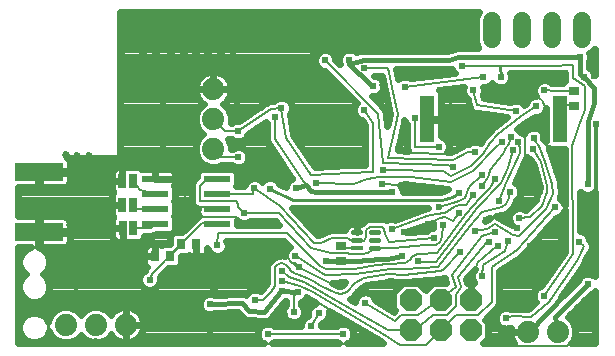
<source format=gbl>
G75*
%MOIN*%
%OFA0B0*%
%FSLAX24Y24*%
%IPPOS*%
%LPD*%
%AMOC8*
5,1,8,0,0,1.08239X$1,22.5*
%
%ADD10OC8,0.0740*%
%ADD11C,0.0740*%
%ADD12C,0.0397*%
%ADD13R,0.1600X0.0600*%
%ADD14C,0.0236*%
%ADD15R,0.0394X0.0157*%
%ADD16C,0.0118*%
%ADD17R,0.0354X0.0276*%
%ADD18R,0.0870X0.0240*%
%ADD19R,0.0250X0.0500*%
%ADD20R,0.0472X0.1575*%
%ADD21R,0.0276X0.0354*%
%ADD22C,0.0600*%
%ADD23C,0.0240*%
%ADD24C,0.0240*%
%ADD25C,0.0270*%
%ADD26C,0.0080*%
%ADD27C,0.0100*%
%ADD28C,0.0160*%
%ADD29C,0.0120*%
%ADD30C,0.0060*%
D10*
X013560Y000920D03*
X014560Y000920D03*
X015560Y000920D03*
X015560Y001920D03*
X014560Y001920D03*
X013560Y001920D03*
D11*
X017465Y000880D03*
X018465Y000880D03*
X006980Y006960D03*
X006980Y007960D03*
X006980Y008960D03*
X004060Y001110D03*
X003060Y001110D03*
X002060Y001110D03*
D12*
X007514Y002799D03*
X008026Y002799D03*
X008026Y003311D03*
X007514Y003311D03*
D13*
X001170Y004210D03*
X001170Y006210D03*
D14*
X014490Y005025D03*
D15*
X011775Y003659D03*
D16*
X011913Y003896D02*
X011637Y003896D01*
X011637Y003934D01*
X011913Y003934D01*
X011913Y003896D01*
X011913Y004152D02*
X011637Y004152D01*
X011637Y004190D01*
X011913Y004190D01*
X011913Y004152D01*
X012227Y004190D02*
X012503Y004190D01*
X012503Y004152D01*
X012227Y004152D01*
X012227Y004190D01*
X012227Y003934D02*
X012503Y003934D01*
X012503Y003896D01*
X012227Y003896D01*
X012227Y003934D01*
X012227Y003678D02*
X012503Y003678D01*
X012503Y003640D01*
X012227Y003640D01*
X012227Y003678D01*
D17*
X011245Y003746D03*
X011245Y003234D03*
X019015Y008404D03*
X019015Y008916D03*
D18*
X007110Y005975D03*
X007110Y005475D03*
X007110Y004975D03*
X007110Y004475D03*
X005050Y004475D03*
X005050Y004975D03*
X005050Y005475D03*
X005050Y005975D03*
D19*
X004307Y005900D03*
X003953Y005900D03*
X003943Y005115D03*
X004297Y005115D03*
X004317Y004345D03*
X003963Y004345D03*
D20*
X014120Y007975D03*
X018530Y007975D03*
D21*
X006421Y003795D03*
X005909Y003795D03*
X005541Y003390D03*
X005029Y003390D03*
D22*
X016260Y010620D02*
X016260Y011220D01*
X017260Y011220D02*
X017260Y010620D01*
X018260Y010620D02*
X018260Y011220D01*
X019260Y011220D02*
X019260Y010620D01*
D23*
X000480Y003690D02*
X000480Y000490D01*
X008660Y000490D01*
X008607Y000512D01*
X008512Y000607D01*
X008460Y000732D01*
X008460Y000868D01*
X008512Y000993D01*
X008607Y001088D01*
X008732Y001140D01*
X008868Y001140D01*
X008993Y001088D01*
X009021Y001060D01*
X009905Y001060D01*
X009905Y001148D01*
X009957Y001273D01*
X010052Y001368D01*
X010136Y001403D01*
X010150Y001427D01*
X010150Y001427D01*
X010150Y001563D01*
X010202Y001688D01*
X010297Y001783D01*
X010398Y001825D01*
X010163Y001963D01*
X010086Y002004D01*
X010083Y001997D01*
X009988Y001902D01*
X009920Y001874D01*
X009920Y001756D01*
X009948Y001728D01*
X010000Y001603D01*
X010000Y001467D01*
X009948Y001342D01*
X009853Y001247D01*
X009728Y001195D01*
X009592Y001195D01*
X009467Y001247D01*
X009372Y001342D01*
X009320Y001467D01*
X009320Y001603D01*
X009372Y001728D01*
X009400Y001756D01*
X009400Y001915D01*
X009356Y001897D01*
X008929Y001358D01*
X008917Y001332D01*
X008893Y001312D01*
X008873Y001287D01*
X008848Y001273D01*
X008826Y001254D01*
X008796Y001244D01*
X008769Y001229D01*
X008740Y001226D01*
X008713Y001217D01*
X008682Y001219D01*
X008650Y001215D01*
X008623Y001223D01*
X008164Y001256D01*
X008105Y001260D01*
X008105Y001260D01*
X008104Y001260D01*
X008051Y001286D01*
X007998Y001313D01*
X007998Y001313D01*
X007997Y001313D01*
X007959Y001358D01*
X007813Y001526D01*
X007043Y001501D01*
X006933Y001455D01*
X006797Y001455D01*
X006672Y001507D01*
X006577Y001602D01*
X006525Y001727D01*
X006525Y001863D01*
X006577Y001988D01*
X006672Y002083D01*
X006797Y002135D01*
X006933Y002135D01*
X007017Y002100D01*
X007891Y002128D01*
X007906Y002133D01*
X007950Y002130D01*
X007995Y002132D01*
X008009Y002126D01*
X008025Y002125D01*
X008065Y002105D01*
X008078Y002100D01*
X008092Y002133D01*
X008187Y002228D01*
X008312Y002280D01*
X008448Y002280D01*
X008564Y002232D01*
X008684Y002351D01*
X008767Y002490D01*
X008774Y002778D01*
X008773Y002781D01*
X008775Y002830D01*
X008776Y002878D01*
X008778Y002881D01*
X008785Y003034D01*
X008786Y003083D01*
X008788Y003086D01*
X008788Y003089D01*
X008809Y003133D01*
X008828Y003177D01*
X008831Y003180D01*
X008832Y003183D01*
X008868Y003215D01*
X008951Y003295D01*
X008960Y003310D01*
X008988Y003330D01*
X009013Y003354D01*
X009030Y003360D01*
X009044Y003371D01*
X009077Y003379D01*
X009109Y003391D01*
X009127Y003391D01*
X009195Y003407D01*
X009219Y003418D01*
X009245Y003419D01*
X009270Y003425D01*
X009296Y003421D01*
X009323Y003422D01*
X009347Y003413D01*
X009372Y003409D01*
X009375Y003407D01*
X009375Y003478D01*
X009427Y003603D01*
X009522Y003698D01*
X009536Y003704D01*
X009342Y003910D01*
X007421Y003910D01*
X007458Y003821D01*
X007458Y003686D01*
X007406Y003561D01*
X007310Y003465D01*
X007185Y003414D01*
X007050Y003414D01*
X006925Y003465D01*
X006829Y003561D01*
X006779Y003683D01*
X006779Y003589D01*
X006764Y003533D01*
X006735Y003483D01*
X006694Y003442D01*
X006644Y003413D01*
X006588Y003398D01*
X006421Y003398D01*
X006421Y003795D01*
X006421Y003795D01*
X006421Y003398D01*
X006254Y003398D01*
X006198Y003413D01*
X006170Y003429D01*
X006138Y003398D01*
X005916Y003398D01*
X005899Y003380D01*
X005899Y003122D01*
X005770Y002993D01*
X005482Y002993D01*
X005191Y002699D01*
X005200Y002678D01*
X005200Y002542D01*
X005148Y002417D01*
X005053Y002322D01*
X004928Y002270D01*
X004792Y002270D01*
X004667Y002322D01*
X004572Y002417D01*
X004520Y002542D01*
X004520Y002678D01*
X004572Y002803D01*
X004667Y002898D01*
X004695Y002910D01*
X004710Y002950D01*
X004712Y002953D01*
X004714Y002956D01*
X004748Y002990D01*
X004779Y003024D01*
X004756Y003037D01*
X004715Y003078D01*
X004686Y003128D01*
X004671Y003184D01*
X004671Y003390D01*
X005029Y003390D01*
X005029Y003390D01*
X004671Y003390D01*
X004671Y003596D01*
X004686Y003652D01*
X004715Y003702D01*
X004756Y003743D01*
X004806Y003772D01*
X004862Y003787D01*
X005029Y003787D01*
X005029Y003390D01*
X005029Y003390D01*
X005029Y003787D01*
X005196Y003787D01*
X005252Y003772D01*
X005280Y003756D01*
X005312Y003787D01*
X005536Y003787D01*
X005551Y003802D01*
X005551Y004063D01*
X005680Y004192D01*
X005943Y004192D01*
X006427Y004670D01*
X006463Y004705D01*
X006464Y004706D01*
X006464Y004706D01*
X006483Y004714D01*
X006495Y004726D01*
X006470Y004770D01*
X006455Y004826D01*
X006455Y004975D01*
X006486Y004975D01*
X006486Y004975D01*
X006455Y004975D01*
X006455Y004988D01*
X006427Y004999D01*
X006380Y005018D01*
X006379Y005019D01*
X006378Y005020D01*
X006342Y005055D01*
X006306Y005090D01*
X006306Y005092D01*
X006305Y005093D01*
X006285Y005139D01*
X006266Y005185D01*
X006266Y005187D01*
X006265Y005188D01*
X006265Y005238D01*
X006264Y005289D01*
X006265Y005290D01*
X006265Y005792D01*
X006305Y005887D01*
X006455Y006038D01*
X006455Y006186D01*
X006584Y006315D01*
X007636Y006315D01*
X007765Y006186D01*
X007765Y005764D01*
X007726Y005725D01*
X007731Y005720D01*
X007877Y005720D01*
X008010Y005723D01*
X008010Y005728D01*
X008062Y005853D01*
X008157Y005948D01*
X008282Y006000D01*
X008418Y006000D01*
X008543Y005948D01*
X008615Y005876D01*
X008677Y005938D01*
X008802Y005990D01*
X008938Y005990D01*
X009063Y005938D01*
X009158Y005843D01*
X009176Y005799D01*
X009405Y005686D01*
X009405Y005728D01*
X009457Y005853D01*
X009552Y005948D01*
X009621Y005977D01*
X008834Y007128D01*
X008815Y007148D01*
X008805Y007171D01*
X008791Y007191D01*
X008786Y007218D01*
X008775Y007243D01*
X008775Y007268D01*
X008770Y007292D01*
X008775Y007319D01*
X008775Y007829D01*
X008747Y007857D01*
X008739Y007876D01*
X008139Y007477D01*
X008098Y007377D01*
X008003Y007282D01*
X007878Y007230D01*
X007742Y007230D01*
X007617Y007282D01*
X007589Y007310D01*
X007464Y007310D01*
X007480Y007294D01*
X007570Y007077D01*
X007570Y006955D01*
X007594Y006955D01*
X007622Y006983D01*
X007747Y007035D01*
X007883Y007035D01*
X008008Y006983D01*
X008103Y006888D01*
X008155Y006763D01*
X008155Y006627D01*
X008103Y006502D01*
X008008Y006407D01*
X007883Y006355D01*
X007747Y006355D01*
X007622Y006407D01*
X007594Y006435D01*
X007254Y006435D01*
X007097Y006370D01*
X006863Y006370D01*
X006646Y006460D01*
X006480Y006626D01*
X006390Y006843D01*
X006390Y007077D01*
X006480Y007294D01*
X006646Y007460D01*
X006480Y007626D01*
X006390Y007843D01*
X006390Y008077D01*
X006480Y008294D01*
X006646Y008460D01*
X006658Y008465D01*
X006596Y008510D01*
X006530Y008576D01*
X006475Y008651D01*
X006433Y008734D01*
X006405Y008822D01*
X006390Y008914D01*
X006390Y008960D01*
X006980Y008960D01*
X006980Y008960D01*
X006980Y009550D01*
X007026Y009550D01*
X007118Y009535D01*
X007206Y009507D01*
X007289Y009465D01*
X007364Y009410D01*
X007430Y009344D01*
X007485Y009269D01*
X007527Y009186D01*
X007555Y009098D01*
X007570Y009006D01*
X007570Y008960D01*
X006980Y008960D01*
X006980Y008960D01*
X006980Y008960D01*
X006980Y009550D01*
X006934Y009550D01*
X006842Y009535D01*
X006754Y009507D01*
X006671Y009465D01*
X006596Y009410D01*
X006530Y009344D01*
X006475Y009269D01*
X006433Y009186D01*
X006405Y009098D01*
X006390Y009006D01*
X006390Y008960D01*
X006980Y008960D01*
X007570Y008960D01*
X007570Y008914D01*
X007555Y008822D01*
X007527Y008734D01*
X007485Y008651D01*
X007430Y008576D01*
X007364Y008510D01*
X007302Y008465D01*
X007314Y008460D01*
X007480Y008294D01*
X007570Y008077D01*
X007570Y007843D01*
X007565Y007830D01*
X007589Y007830D01*
X007617Y007858D01*
X007742Y007910D01*
X007852Y007910D01*
X008717Y008486D01*
X008720Y008490D01*
X008760Y008514D01*
X008799Y008540D01*
X008804Y008541D01*
X008808Y008544D01*
X008855Y008551D01*
X008901Y008560D01*
X008905Y008559D01*
X009016Y008577D01*
X009057Y008618D01*
X009182Y008670D01*
X009318Y008670D01*
X009443Y008618D01*
X009538Y008523D01*
X009590Y008398D01*
X009590Y008262D01*
X009538Y008137D01*
X009538Y008137D01*
X009643Y007432D01*
X010363Y006367D01*
X011452Y006422D01*
X011453Y006423D01*
X011504Y006425D01*
X011554Y006427D01*
X011555Y006427D01*
X012046Y006445D01*
X012050Y007767D01*
X011930Y007935D01*
X011817Y007982D01*
X011722Y008077D01*
X011670Y008202D01*
X011670Y008338D01*
X011722Y008463D01*
X011756Y008496D01*
X010681Y009580D01*
X010642Y009580D01*
X010517Y009632D01*
X010422Y009727D01*
X010370Y009852D01*
X010370Y009988D01*
X010422Y010113D01*
X010517Y010208D01*
X010642Y010260D01*
X010778Y010260D01*
X010903Y010208D01*
X010998Y010113D01*
X011050Y009988D01*
X011050Y009946D01*
X011195Y009800D01*
X011197Y009816D01*
X011170Y009882D01*
X011170Y010018D01*
X011222Y010143D01*
X011317Y010238D01*
X011442Y010290D01*
X011578Y010290D01*
X011703Y010238D01*
X011750Y010191D01*
X011900Y010230D01*
X011938Y010246D01*
X011958Y010245D01*
X011977Y010250D01*
X012017Y010245D01*
X014787Y010220D01*
X015040Y010314D01*
X015090Y010335D01*
X015096Y010335D01*
X015102Y010337D01*
X015156Y010335D01*
X015815Y010335D01*
X015740Y010517D01*
X015740Y011323D01*
X015819Y011515D01*
X015855Y011550D01*
X003870Y011550D01*
X003870Y006680D01*
X002116Y006675D01*
X002146Y006645D01*
X002175Y006595D01*
X002190Y006539D01*
X002190Y006240D01*
X001200Y006240D01*
X001200Y006180D01*
X002190Y006180D01*
X002190Y005881D01*
X002175Y005825D01*
X002146Y005775D01*
X002105Y005734D01*
X002055Y005705D01*
X001999Y005690D01*
X001200Y005690D01*
X001200Y006180D01*
X001140Y006180D01*
X001140Y005690D01*
X000480Y005690D01*
X000480Y004730D01*
X001140Y004730D01*
X001140Y004240D01*
X001200Y004240D01*
X001200Y004730D01*
X001999Y004730D01*
X002055Y004715D01*
X002105Y004686D01*
X002146Y004645D01*
X002175Y004595D01*
X002190Y004539D01*
X002190Y004240D01*
X001200Y004240D01*
X001200Y004180D01*
X002190Y004180D01*
X002190Y003881D01*
X002175Y003825D01*
X002146Y003775D01*
X002105Y003734D01*
X002055Y003705D01*
X001999Y003690D01*
X001200Y003690D01*
X001200Y004180D01*
X001140Y004180D01*
X001140Y003690D01*
X001122Y003690D01*
X001291Y003620D01*
X001430Y003481D01*
X001506Y003299D01*
X001506Y003101D01*
X001430Y002919D01*
X001296Y002785D01*
X001430Y002651D01*
X001506Y002469D01*
X001506Y002271D01*
X001430Y002089D01*
X001291Y001950D01*
X001109Y001874D01*
X000911Y001874D01*
X000729Y001950D01*
X000590Y002089D01*
X000514Y002271D01*
X000514Y002469D01*
X000590Y002651D01*
X000724Y002785D01*
X000590Y002919D01*
X000514Y003101D01*
X000514Y003299D01*
X000590Y003481D01*
X000729Y003620D01*
X000898Y003690D01*
X000480Y003690D01*
X000480Y003609D02*
X000718Y003609D01*
X000544Y003371D02*
X000480Y003371D01*
X000480Y003132D02*
X000514Y003132D01*
X000480Y002894D02*
X000616Y002894D01*
X000594Y002655D02*
X000480Y002655D01*
X000480Y002417D02*
X000514Y002417D01*
X000480Y002178D02*
X000553Y002178D01*
X000480Y001940D02*
X000754Y001940D01*
X000480Y001701D02*
X006536Y001701D01*
X006557Y001940D02*
X001266Y001940D01*
X001467Y002178D02*
X008137Y002178D01*
X008723Y002417D02*
X005147Y002417D01*
X005200Y002655D02*
X008771Y002655D01*
X008778Y002894D02*
X005384Y002894D01*
X005899Y003132D02*
X008808Y003132D01*
X009044Y003371D02*
X005899Y003371D01*
X006421Y003609D02*
X006421Y003609D01*
X006779Y003609D02*
X006810Y003609D01*
X007426Y003609D02*
X009433Y003609D01*
X009401Y003848D02*
X007447Y003848D01*
X007765Y004430D02*
X007765Y004599D01*
X007812Y004552D01*
X007937Y004500D01*
X008073Y004500D01*
X008198Y004552D01*
X008224Y004578D01*
X009050Y004571D01*
X009180Y004430D01*
X007765Y004430D01*
X007765Y004563D02*
X007801Y004563D01*
X008209Y004563D02*
X009058Y004563D01*
X009610Y005005D02*
X009616Y005005D01*
X009660Y005002D01*
X009669Y005005D01*
X012681Y005000D01*
X012681Y005000D01*
X012735Y005000D01*
X012788Y005000D01*
X012788Y005000D01*
X014138Y005000D01*
X014097Y004991D01*
X014079Y004992D01*
X014047Y004980D01*
X014014Y004973D01*
X013999Y004963D01*
X013052Y004615D01*
X013003Y004635D01*
X012867Y004635D01*
X012755Y004588D01*
X012755Y004589D01*
X012722Y004603D01*
X012691Y004621D01*
X012675Y004623D01*
X012660Y004629D01*
X012624Y004630D01*
X012588Y004635D01*
X012573Y004630D01*
X012141Y004636D01*
X012045Y004597D01*
X011971Y004525D01*
X011965Y004511D01*
X011942Y004490D01*
X011933Y004487D01*
X011916Y004470D01*
X011775Y004470D01*
X011775Y004214D01*
X011775Y004214D01*
X011775Y004470D01*
X011609Y004470D01*
X011556Y004459D01*
X011505Y004438D01*
X011459Y004407D01*
X011420Y004368D01*
X011390Y004323D01*
X011369Y004272D01*
X011368Y004270D01*
X011002Y004270D01*
X010998Y004272D01*
X010950Y004270D01*
X010903Y004270D01*
X010899Y004268D01*
X010894Y004268D01*
X010851Y004248D01*
X010808Y004230D01*
X010804Y004227D01*
X010509Y004093D01*
X010453Y004095D01*
X009610Y005005D01*
X009799Y004802D02*
X013560Y004802D01*
X013770Y004325D02*
X014206Y004325D01*
X014267Y004350D02*
X014142Y004298D01*
X014093Y004249D01*
X013392Y004186D01*
X014193Y004480D01*
X014290Y004501D01*
X014290Y004372D01*
X014299Y004350D01*
X014267Y004350D01*
X016025Y004552D02*
X016220Y004670D01*
X016100Y004642D01*
X016025Y004552D01*
X016034Y004563D02*
X016044Y004563D01*
X016419Y004717D02*
X016620Y004764D01*
X016636Y004763D01*
X016670Y004775D01*
X016705Y004784D01*
X016718Y004793D01*
X016733Y004799D01*
X016760Y004823D01*
X016789Y004844D01*
X016797Y004858D01*
X016893Y004946D01*
X016925Y004971D01*
X016931Y004981D01*
X016939Y004989D01*
X016956Y005026D01*
X017044Y005180D01*
X017067Y005212D01*
X017070Y005225D01*
X017076Y005236D01*
X017080Y005264D01*
X017163Y005347D01*
X017215Y005472D01*
X017215Y005608D01*
X017163Y005733D01*
X017068Y005828D01*
X017038Y005841D01*
X017417Y006669D01*
X017420Y006673D01*
X017428Y006691D01*
X017442Y006677D01*
X017526Y006642D01*
X017659Y006422D01*
X017858Y005697D01*
X017853Y005596D01*
X017709Y005229D01*
X017414Y004948D01*
X017381Y004945D01*
X017378Y004948D01*
X017253Y005000D01*
X017117Y005000D01*
X016992Y004948D01*
X016897Y004853D01*
X016845Y004728D01*
X016845Y004592D01*
X016897Y004467D01*
X016947Y004417D01*
X016520Y004676D01*
X016487Y004700D01*
X016476Y004703D01*
X016466Y004709D01*
X016426Y004715D01*
X016419Y004717D01*
X016706Y004563D02*
X016857Y004563D01*
X016876Y004802D02*
X016736Y004802D01*
X016964Y005040D02*
X017510Y005040D01*
X017728Y005279D02*
X017094Y005279D01*
X017215Y005517D02*
X017822Y005517D01*
X017842Y005756D02*
X017140Y005756D01*
X017108Y005994D02*
X017776Y005994D01*
X017711Y006233D02*
X017217Y006233D01*
X017326Y006471D02*
X017629Y006471D01*
X018273Y006710D02*
X018691Y006710D01*
X018690Y006948D02*
X018183Y006948D01*
X018202Y006968D02*
X018690Y006968D01*
X018695Y005099D01*
X018648Y005213D01*
X018553Y005308D01*
X018525Y005319D01*
X018529Y005327D01*
X018543Y005344D01*
X018552Y005373D01*
X018566Y005400D01*
X018567Y005422D01*
X018574Y005442D01*
X018571Y005473D01*
X018573Y005503D01*
X018566Y005524D01*
X018541Y005794D01*
X018544Y005820D01*
X018537Y005845D01*
X018534Y005870D01*
X018522Y005894D01*
X018316Y006584D01*
X018317Y006593D01*
X018302Y006633D01*
X018289Y006674D01*
X018283Y006681D01*
X018159Y007011D01*
X018202Y006968D01*
X018074Y007227D02*
X018074Y008319D01*
X018023Y008197D01*
X017928Y008102D01*
X017803Y008050D01*
X017696Y008050D01*
X017363Y007825D01*
X017112Y007629D01*
X017178Y007563D01*
X017192Y007530D01*
X017213Y007530D01*
X017338Y007478D01*
X017352Y007464D01*
X017377Y007523D01*
X017472Y007618D01*
X017597Y007670D01*
X017733Y007670D01*
X017858Y007618D01*
X017953Y007523D01*
X018005Y007398D01*
X018005Y007300D01*
X018045Y007258D01*
X018074Y007227D01*
X018074Y007425D02*
X017994Y007425D01*
X018074Y007664D02*
X017748Y007664D01*
X017582Y007664D02*
X017156Y007664D01*
X017477Y007902D02*
X018074Y007902D01*
X018074Y008141D02*
X017966Y008141D01*
X017404Y008480D02*
X017348Y008442D01*
X017263Y008528D01*
X017138Y008580D01*
X017002Y008580D01*
X016879Y008529D01*
X015990Y008653D01*
X015961Y008769D01*
X015995Y008852D01*
X015995Y008988D01*
X015980Y009025D01*
X016048Y009025D01*
X016173Y009077D01*
X016268Y009172D01*
X016273Y009183D01*
X016277Y009172D01*
X016372Y009077D01*
X016497Y009025D01*
X016633Y009025D01*
X016758Y009077D01*
X016853Y009172D01*
X016905Y009297D01*
X016905Y009433D01*
X016883Y009485D01*
X018160Y009485D01*
X018162Y009484D01*
X018212Y009485D01*
X018262Y009485D01*
X018263Y009486D01*
X018700Y009492D01*
X018700Y009373D01*
X018695Y009350D01*
X018700Y009322D01*
X018700Y009293D01*
X018709Y009271D01*
X018713Y009248D01*
X018716Y009243D01*
X018649Y009176D01*
X018415Y009176D01*
X018238Y009178D01*
X018208Y009208D01*
X018083Y009260D01*
X017947Y009260D01*
X017822Y009208D01*
X017727Y009113D01*
X017675Y008988D01*
X017675Y008852D01*
X017726Y008730D01*
X017667Y008730D01*
X017542Y008678D01*
X017447Y008583D01*
X017404Y008480D01*
X017482Y008618D02*
X016246Y008618D01*
X015995Y008856D02*
X017675Y008856D01*
X017719Y009095D02*
X016775Y009095D01*
X016905Y009333D02*
X018698Y009333D01*
X019493Y009674D02*
X019491Y009859D01*
X019530Y009952D01*
X019530Y010088D01*
X019501Y010157D01*
X019555Y010179D01*
X019690Y010315D01*
X019690Y009436D01*
X019687Y009440D01*
X019638Y009558D01*
X019543Y009653D01*
X019493Y009674D01*
X019492Y009810D02*
X019690Y009810D01*
X019690Y009572D02*
X019624Y009572D01*
X019690Y010049D02*
X019530Y010049D01*
X019662Y010287D02*
X019690Y010287D01*
X016355Y009095D02*
X016190Y009095D01*
X015458Y008636D02*
X015516Y008406D01*
X015515Y008405D01*
X015528Y008356D01*
X015540Y008307D01*
X015541Y008306D01*
X015541Y008305D01*
X015572Y008264D01*
X015602Y008224D01*
X015603Y008223D01*
X015604Y008222D01*
X015647Y008196D01*
X015691Y008170D01*
X015692Y008170D01*
X015693Y008170D01*
X015743Y008163D01*
X015793Y008155D01*
X015794Y008156D01*
X016767Y008020D01*
X016348Y007693D01*
X016328Y007684D01*
X016308Y007662D01*
X016284Y007643D01*
X016273Y007624D01*
X016044Y007373D01*
X016026Y007361D01*
X016009Y007335D01*
X015988Y007312D01*
X015981Y007292D01*
X015895Y007161D01*
X015778Y007210D01*
X015642Y007210D01*
X015517Y007158D01*
X015490Y007131D01*
X015479Y007134D01*
X015444Y007130D01*
X015408Y007130D01*
X015393Y007124D01*
X015376Y007122D01*
X015346Y007104D01*
X015313Y007090D01*
X015301Y007079D01*
X014921Y006863D01*
X014787Y006867D01*
X014835Y006982D01*
X014835Y007118D01*
X014783Y007243D01*
X014688Y007338D01*
X014576Y007384D01*
X014576Y007975D01*
X014576Y008791D01*
X014562Y008847D01*
X014533Y008897D01*
X014512Y008918D01*
X015329Y009021D01*
X015315Y008988D01*
X015315Y008852D01*
X015367Y008727D01*
X015458Y008636D01*
X015463Y008618D02*
X014576Y008618D01*
X014556Y008856D02*
X015315Y008856D01*
X015522Y008379D02*
X014576Y008379D01*
X014576Y008141D02*
X015902Y008141D01*
X016310Y007664D02*
X014576Y007664D01*
X014576Y007902D02*
X016616Y007902D01*
X016091Y007425D02*
X014576Y007425D01*
X014806Y007187D02*
X015586Y007187D01*
X015834Y007187D02*
X015911Y007187D01*
X015071Y006948D02*
X014821Y006948D01*
X013464Y006916D02*
X013132Y006928D01*
X013303Y007690D01*
X013304Y007691D01*
X013314Y007740D01*
X013325Y007789D01*
X013325Y007791D01*
X013354Y007929D01*
X013402Y007812D01*
X013430Y007784D01*
X013430Y006998D01*
X013464Y006916D01*
X013451Y006948D02*
X013137Y006948D01*
X013190Y007187D02*
X013430Y007187D01*
X013430Y007425D02*
X013243Y007425D01*
X013297Y007664D02*
X013430Y007664D01*
X013365Y007902D02*
X013348Y007902D01*
X012817Y007902D02*
X012763Y007902D01*
X012806Y007850D02*
X012779Y007728D01*
X012740Y008146D01*
X012740Y008186D01*
X012735Y008198D01*
X012734Y008210D01*
X012716Y008245D01*
X012701Y008281D01*
X012692Y008291D01*
X012686Y008302D01*
X012656Y008327D01*
X012256Y008730D01*
X012378Y008730D01*
X012503Y008782D01*
X012598Y008877D01*
X012650Y009002D01*
X012650Y009138D01*
X012598Y009263D01*
X012503Y009358D01*
X012378Y009410D01*
X012343Y009410D01*
X012340Y009413D01*
X012599Y009411D01*
X012760Y008642D01*
X012865Y008131D01*
X012806Y007850D01*
X012863Y008141D02*
X012741Y008141D01*
X012814Y008379D02*
X012604Y008379D01*
X012765Y008618D02*
X012368Y008618D01*
X012577Y008856D02*
X012715Y008856D01*
X012665Y009095D02*
X012650Y009095D01*
X012615Y009333D02*
X012528Y009333D01*
X013096Y009572D02*
X014979Y009572D01*
X014987Y009552D02*
X015032Y009507D01*
X013559Y009322D01*
X013558Y009323D01*
X013433Y009375D01*
X013297Y009375D01*
X013172Y009323D01*
X013153Y009304D01*
X013083Y009635D01*
X014833Y009620D01*
X014888Y009618D01*
X014893Y009620D01*
X014897Y009619D01*
X014948Y009640D01*
X014950Y009641D01*
X014987Y009552D01*
X014967Y010287D02*
X011585Y010287D01*
X011435Y010287D02*
X003870Y010287D01*
X003870Y010049D02*
X010395Y010049D01*
X010388Y009810D02*
X003870Y009810D01*
X003870Y009572D02*
X010689Y009572D01*
X010926Y009333D02*
X007438Y009333D01*
X007556Y009095D02*
X011162Y009095D01*
X011399Y008856D02*
X007561Y008856D01*
X007460Y008618D02*
X009057Y008618D01*
X009443Y008618D02*
X011635Y008618D01*
X011687Y008379D02*
X009590Y008379D01*
X009540Y008141D02*
X011696Y008141D01*
X011953Y007902D02*
X009573Y007902D01*
X009609Y007664D02*
X012049Y007664D01*
X012049Y007425D02*
X009648Y007425D01*
X009809Y007187D02*
X012048Y007187D01*
X012047Y006948D02*
X009970Y006948D01*
X010132Y006710D02*
X012047Y006710D01*
X012046Y006471D02*
X010293Y006471D01*
X009610Y005994D02*
X008432Y005994D01*
X008268Y005994D02*
X007765Y005994D01*
X007757Y005756D02*
X008022Y005756D01*
X007719Y006233D02*
X009447Y006233D01*
X009284Y006471D02*
X008072Y006471D01*
X008155Y006710D02*
X009120Y006710D01*
X008957Y006948D02*
X008043Y006948D01*
X007525Y007187D02*
X008794Y007187D01*
X008775Y007425D02*
X008118Y007425D01*
X008420Y007664D02*
X008775Y007664D01*
X008198Y008141D02*
X007544Y008141D01*
X007570Y007902D02*
X007723Y007902D01*
X007395Y008379D02*
X008557Y008379D01*
X006980Y009095D02*
X006980Y009095D01*
X006980Y009333D02*
X006980Y009333D01*
X006522Y009333D02*
X003870Y009333D01*
X003870Y009095D02*
X006404Y009095D01*
X006399Y008856D02*
X003870Y008856D01*
X003870Y008618D02*
X006500Y008618D01*
X006565Y008379D02*
X003870Y008379D01*
X003870Y008141D02*
X006416Y008141D01*
X006390Y007902D02*
X003870Y007902D01*
X003870Y007664D02*
X006464Y007664D01*
X006611Y007425D02*
X003870Y007425D01*
X003870Y007187D02*
X006435Y007187D01*
X006390Y006948D02*
X003870Y006948D01*
X003870Y006710D02*
X006445Y006710D01*
X006635Y006471D02*
X002190Y006471D01*
X002190Y005994D02*
X003608Y005994D01*
X003608Y005900D02*
X003953Y005900D01*
X003953Y005900D01*
X003953Y006370D01*
X004091Y006370D01*
X004523Y006370D01*
X004580Y006313D01*
X004586Y006315D01*
X005050Y006315D01*
X005050Y005975D01*
X005050Y005975D01*
X005705Y005975D01*
X005705Y006124D01*
X005690Y006180D01*
X005661Y006230D01*
X005620Y006271D01*
X005570Y006300D01*
X005514Y006315D01*
X005050Y006315D01*
X005050Y005975D01*
X005050Y005975D01*
X005705Y005975D01*
X005705Y005826D01*
X005690Y005770D01*
X005665Y005726D01*
X005705Y005686D01*
X005705Y005264D01*
X005666Y005225D01*
X005705Y005186D01*
X005705Y004764D01*
X005666Y004725D01*
X005705Y004686D01*
X005705Y004264D01*
X005576Y004135D01*
X005078Y004135D01*
X005057Y004115D01*
X005055Y004114D01*
X005054Y004112D01*
X005007Y004094D01*
X004962Y004075D01*
X004959Y004075D01*
X004957Y004074D01*
X004908Y004075D01*
X004858Y004075D01*
X004856Y004076D01*
X004662Y004079D01*
X004662Y004004D01*
X004533Y003875D01*
X003963Y003875D01*
X003963Y004345D01*
X003963Y004345D01*
X003963Y003875D01*
X003809Y003875D01*
X003753Y003890D01*
X003703Y003919D01*
X003662Y003960D01*
X003633Y004010D01*
X003618Y004066D01*
X003618Y004345D01*
X003963Y004345D01*
X003963Y004345D01*
X003618Y004345D01*
X003618Y004624D01*
X003633Y004680D01*
X003654Y004717D01*
X003642Y004730D01*
X003613Y004780D01*
X003598Y004836D01*
X003598Y005115D01*
X003943Y005115D01*
X003943Y005115D01*
X003598Y005115D01*
X003598Y005394D01*
X003613Y005450D01*
X003642Y005500D01*
X003654Y005512D01*
X003652Y005515D01*
X003623Y005565D01*
X003608Y005621D01*
X003608Y005900D01*
X003953Y005900D01*
X003953Y006370D01*
X003799Y006370D01*
X003743Y006355D01*
X003693Y006326D01*
X003652Y006285D01*
X003623Y006235D01*
X003608Y006179D01*
X003608Y005900D01*
X003608Y005756D02*
X002127Y005756D01*
X001200Y005756D02*
X001140Y005756D01*
X001140Y005994D02*
X001200Y005994D01*
X001200Y006233D02*
X003622Y006233D01*
X003953Y006233D02*
X003953Y006233D01*
X003953Y005994D02*
X003953Y005994D01*
X003953Y005900D02*
X003953Y005900D01*
X003651Y005517D02*
X000480Y005517D01*
X000480Y005279D02*
X003598Y005279D01*
X003598Y005040D02*
X000480Y005040D01*
X000480Y004802D02*
X003607Y004802D01*
X003618Y004563D02*
X002184Y004563D01*
X002190Y004325D02*
X003618Y004325D01*
X003618Y004086D02*
X002190Y004086D01*
X002181Y003848D02*
X005551Y003848D01*
X005574Y004086D02*
X004988Y004086D01*
X005029Y003609D02*
X005029Y003609D01*
X004675Y003609D02*
X001302Y003609D01*
X001200Y003848D02*
X001140Y003848D01*
X001140Y004086D02*
X001200Y004086D01*
X001200Y004325D02*
X001140Y004325D01*
X001140Y004563D02*
X001200Y004563D01*
X001476Y003371D02*
X004671Y003371D01*
X004685Y003132D02*
X001506Y003132D01*
X001404Y002894D02*
X004663Y002894D01*
X004520Y002655D02*
X001426Y002655D01*
X001506Y002417D02*
X004573Y002417D01*
X004286Y001657D02*
X004198Y001685D01*
X004106Y001700D01*
X004060Y001700D01*
X004060Y001110D01*
X004060Y001110D01*
X004650Y001110D01*
X004650Y001156D01*
X004635Y001248D01*
X004607Y001336D01*
X004565Y001419D01*
X004510Y001494D01*
X004444Y001560D01*
X004369Y001615D01*
X004286Y001657D01*
X004060Y001700D02*
X004014Y001700D01*
X003922Y001685D01*
X003834Y001657D01*
X003751Y001615D01*
X003676Y001560D01*
X003610Y001494D01*
X003565Y001432D01*
X003560Y001444D01*
X003394Y001610D01*
X003177Y001700D01*
X002943Y001700D01*
X002726Y001610D01*
X002560Y001444D01*
X002394Y001610D01*
X002177Y001700D01*
X001943Y001700D01*
X001726Y001610D01*
X001560Y001444D01*
X001470Y001227D01*
X001470Y001204D01*
X001430Y001301D01*
X001291Y001440D01*
X001109Y001516D01*
X000911Y001516D01*
X000729Y001440D01*
X000590Y001301D01*
X000514Y001119D01*
X000514Y000921D01*
X000590Y000739D01*
X000729Y000600D01*
X000911Y000524D01*
X001109Y000524D01*
X001291Y000600D01*
X001430Y000739D01*
X001503Y000914D01*
X001560Y000776D01*
X001726Y000610D01*
X001943Y000520D01*
X002177Y000520D01*
X002394Y000610D01*
X002560Y000776D01*
X002726Y000610D01*
X002943Y000520D01*
X003177Y000520D01*
X003394Y000610D01*
X003560Y000776D01*
X003565Y000788D01*
X003610Y000726D01*
X003676Y000660D01*
X003751Y000605D01*
X003834Y000563D01*
X003922Y000535D01*
X004014Y000520D01*
X004060Y000520D01*
X004106Y000520D01*
X004198Y000535D01*
X004286Y000563D01*
X004369Y000605D01*
X004444Y000660D01*
X004510Y000726D01*
X004565Y000801D01*
X004607Y000884D01*
X004635Y000972D01*
X004650Y001064D01*
X004650Y001110D01*
X004060Y001110D01*
X004060Y001110D01*
X004060Y001700D01*
X004060Y001463D02*
X004060Y001463D01*
X004060Y001224D02*
X004060Y001224D01*
X004060Y001110D02*
X004060Y000520D01*
X004060Y001110D01*
X004060Y001110D01*
X004060Y000986D02*
X004060Y000986D01*
X004060Y000747D02*
X004060Y000747D01*
X004526Y000747D02*
X008460Y000747D01*
X008509Y000986D02*
X004638Y000986D01*
X004639Y001224D02*
X008608Y001224D01*
X008736Y001224D02*
X009522Y001224D01*
X009798Y001224D02*
X009937Y001224D01*
X009998Y001463D02*
X010150Y001463D01*
X010215Y001701D02*
X009959Y001701D01*
X010025Y001940D02*
X010203Y001940D01*
X010825Y001575D02*
X012495Y000596D01*
X012648Y000490D01*
X011450Y000490D01*
X011503Y000512D01*
X011598Y000607D01*
X011650Y000732D01*
X011650Y000868D01*
X011598Y000993D01*
X011503Y001088D01*
X011378Y001140D01*
X011242Y001140D01*
X011117Y001088D01*
X011089Y001060D01*
X010585Y001060D01*
X010585Y001140D01*
X010605Y001175D01*
X010683Y001207D01*
X010778Y001302D01*
X010830Y001427D01*
X010830Y001563D01*
X010825Y001575D01*
X010830Y001463D02*
X011017Y001463D01*
X010700Y001224D02*
X011423Y001224D01*
X011601Y000986D02*
X011830Y000986D01*
X011650Y000747D02*
X012237Y000747D01*
X012621Y000509D02*
X011495Y000509D01*
X011170Y000490D02*
X008940Y000490D01*
X008993Y000512D01*
X009021Y000540D01*
X011089Y000540D01*
X011117Y000512D01*
X011170Y000490D01*
X011125Y000509D02*
X008985Y000509D01*
X008615Y000509D02*
X000480Y000509D01*
X000480Y000747D02*
X000587Y000747D01*
X000514Y000986D02*
X000480Y000986D01*
X000480Y001224D02*
X000558Y001224D01*
X000480Y001463D02*
X000783Y001463D01*
X001237Y001463D02*
X001578Y001463D01*
X001470Y001224D02*
X001462Y001224D01*
X001433Y000747D02*
X001589Y000747D01*
X002531Y000747D02*
X002589Y000747D01*
X003531Y000747D02*
X003594Y000747D01*
X003587Y001463D02*
X003542Y001463D01*
X002578Y001463D02*
X002542Y001463D01*
X004533Y001463D02*
X006779Y001463D01*
X006951Y001463D02*
X007868Y001463D01*
X009012Y001463D02*
X009322Y001463D01*
X009361Y001701D02*
X009201Y001701D01*
X010941Y002515D02*
X011373Y002526D01*
X011297Y002434D01*
X011210Y002405D01*
X011155Y002413D01*
X010941Y002515D01*
X011146Y002417D02*
X011244Y002417D01*
X011669Y002067D02*
X011869Y002312D01*
X012074Y002424D01*
X012835Y002534D01*
X013307Y002521D01*
X013322Y002516D01*
X013358Y002520D01*
X013394Y002519D01*
X013409Y002524D01*
X014544Y002625D01*
X014586Y002626D01*
X014595Y002630D01*
X014605Y002631D01*
X014642Y002650D01*
X014703Y002677D01*
X014709Y002667D01*
X014753Y002510D01*
X014316Y002510D01*
X014060Y002254D01*
X013804Y002510D01*
X013316Y002510D01*
X012970Y002164D01*
X012970Y001676D01*
X013053Y001593D01*
X013004Y001549D01*
X012376Y001946D01*
X012338Y002038D01*
X012243Y002133D01*
X012118Y002185D01*
X011982Y002185D01*
X011857Y002133D01*
X011762Y002038D01*
X011710Y001913D01*
X011710Y001859D01*
X011537Y001962D01*
X011552Y001970D01*
X011580Y001979D01*
X011598Y001994D01*
X011618Y002005D01*
X011636Y002027D01*
X011658Y002046D01*
X011669Y002067D01*
X011721Y001940D02*
X011574Y001940D01*
X011760Y002178D02*
X011965Y002178D01*
X012135Y002178D02*
X012984Y002178D01*
X012970Y001940D02*
X012387Y001940D01*
X012764Y001701D02*
X012970Y001701D01*
X013222Y002417D02*
X012060Y002417D01*
X012940Y002465D02*
X013985Y002550D01*
X013898Y002417D02*
X014222Y002417D01*
X014653Y002655D02*
X014712Y002655D01*
X015417Y002638D02*
X015453Y002510D01*
X015560Y002510D01*
X015560Y001920D01*
X015560Y001920D01*
X015560Y002510D01*
X015679Y002510D01*
X015657Y002532D01*
X015605Y002657D01*
X015605Y002793D01*
X015657Y002918D01*
X015703Y002964D01*
X015704Y002981D01*
X015417Y002638D01*
X015431Y002655D02*
X015606Y002655D01*
X015631Y002894D02*
X015647Y002894D01*
X015560Y002417D02*
X015560Y002417D01*
X015560Y002178D02*
X015560Y002178D01*
X015560Y001940D02*
X015560Y001940D01*
X016220Y001463D02*
X016431Y001463D01*
X016452Y001513D02*
X016400Y001388D01*
X016400Y001252D01*
X016452Y001127D01*
X016547Y001032D01*
X016672Y000980D01*
X016808Y000980D01*
X016889Y001014D01*
X016875Y000926D01*
X016875Y000880D01*
X017465Y000880D01*
X017465Y000880D01*
X016875Y000880D01*
X016875Y000834D01*
X016890Y000742D01*
X016918Y000654D01*
X016960Y000571D01*
X017015Y000496D01*
X017021Y000490D01*
X015964Y000490D01*
X016150Y000676D01*
X016150Y001164D01*
X016036Y001278D01*
X016480Y001723D01*
X016520Y001818D01*
X016520Y002906D01*
X017224Y003379D01*
X017254Y003393D01*
X017267Y003407D01*
X017283Y003418D01*
X017301Y003446D01*
X018405Y004680D01*
X018428Y004680D01*
X018553Y004732D01*
X018648Y004827D01*
X018696Y004943D01*
X018700Y003550D01*
X017912Y002402D01*
X017807Y002358D01*
X017712Y002263D01*
X017660Y002138D01*
X017660Y002002D01*
X017712Y001877D01*
X017735Y001854D01*
X017477Y001641D01*
X016986Y001645D01*
X016949Y001649D01*
X016935Y001645D01*
X016920Y001645D01*
X016886Y001631D01*
X016880Y001630D01*
X016808Y001660D01*
X016672Y001660D01*
X016547Y001608D01*
X016452Y001513D01*
X016459Y001701D02*
X017550Y001701D01*
X017686Y001940D02*
X016520Y001940D01*
X016520Y002178D02*
X017677Y002178D01*
X017922Y002417D02*
X016520Y002417D01*
X016520Y002655D02*
X018086Y002655D01*
X018249Y002894D02*
X016520Y002894D01*
X016857Y003132D02*
X018413Y003132D01*
X018577Y003371D02*
X017212Y003371D01*
X017447Y003609D02*
X018700Y003609D01*
X018699Y003848D02*
X017661Y003848D01*
X017874Y004086D02*
X018698Y004086D01*
X018698Y004325D02*
X018087Y004325D01*
X018300Y004563D02*
X018697Y004563D01*
X018696Y004802D02*
X018622Y004802D01*
X019216Y004802D02*
X019690Y004802D01*
X019690Y005040D02*
X019216Y005040D01*
X019215Y005279D02*
X019690Y005279D01*
X019653Y005497D02*
X019528Y005445D01*
X019392Y005445D01*
X019267Y005497D01*
X019214Y005550D01*
X019218Y004220D01*
X019248Y004220D01*
X019373Y004168D01*
X019468Y004073D01*
X019520Y003948D01*
X019520Y003922D01*
X019525Y003919D01*
X019544Y003895D01*
X019566Y003874D01*
X019575Y003854D01*
X019588Y003836D01*
X019596Y003807D01*
X019608Y003780D01*
X019609Y003758D01*
X019615Y003736D01*
X019611Y003706D01*
X019611Y003676D01*
X019604Y003656D01*
X019601Y003634D01*
X019586Y003608D01*
X019575Y003579D01*
X019560Y003564D01*
X019421Y003326D01*
X019339Y003144D01*
X019334Y003122D01*
X019317Y003097D01*
X019305Y003070D01*
X019289Y003055D01*
X018582Y002017D01*
X019132Y002566D01*
X019172Y002663D01*
X019267Y002758D01*
X019392Y002810D01*
X019528Y002810D01*
X019653Y002758D01*
X019690Y002721D01*
X019690Y005534D01*
X019653Y005497D01*
X019673Y005517D02*
X019690Y005517D01*
X019247Y005517D02*
X019214Y005517D01*
X018694Y005517D02*
X018568Y005517D01*
X018582Y005279D02*
X018695Y005279D01*
X018694Y005756D02*
X018545Y005756D01*
X018492Y005994D02*
X018693Y005994D01*
X018692Y006233D02*
X018421Y006233D01*
X018350Y006471D02*
X018692Y006471D01*
X019217Y004563D02*
X019690Y004563D01*
X019690Y004325D02*
X019218Y004325D01*
X019455Y004086D02*
X019690Y004086D01*
X019690Y003848D02*
X019580Y003848D01*
X019586Y003609D02*
X019690Y003609D01*
X019690Y003371D02*
X019447Y003371D01*
X019336Y003132D02*
X019690Y003132D01*
X019690Y002894D02*
X019179Y002894D01*
X019169Y002655D02*
X019017Y002655D01*
X018982Y002417D02*
X018854Y002417D01*
X018744Y002178D02*
X018692Y002178D01*
X019354Y001940D02*
X019690Y001940D01*
X019556Y002142D02*
X019653Y002182D01*
X019690Y002219D01*
X019690Y000490D01*
X018909Y000490D01*
X018965Y000546D01*
X019055Y000763D01*
X019055Y000997D01*
X018965Y001214D01*
X018799Y001380D01*
X018796Y001382D01*
X019556Y002142D01*
X019644Y002178D02*
X019690Y002178D01*
X019690Y001701D02*
X019115Y001701D01*
X018877Y001463D02*
X019690Y001463D01*
X019690Y001224D02*
X018955Y001224D01*
X019055Y000986D02*
X019690Y000986D01*
X019690Y000747D02*
X019049Y000747D01*
X018928Y000509D02*
X019690Y000509D01*
X017006Y000509D02*
X015983Y000509D01*
X016150Y000747D02*
X016889Y000747D01*
X016884Y000986D02*
X016821Y000986D01*
X016659Y000986D02*
X016150Y000986D01*
X016090Y001224D02*
X016412Y001224D01*
X011775Y004325D02*
X011775Y004325D01*
X012010Y004563D02*
X010020Y004563D01*
X010241Y004325D02*
X011391Y004325D01*
X013295Y005540D02*
X013295Y005588D01*
X013243Y005713D01*
X013196Y005760D01*
X013561Y005760D01*
X014812Y005624D01*
X014799Y005619D01*
X014797Y005618D01*
X014574Y005540D01*
X013295Y005540D01*
X013200Y005756D02*
X013602Y005756D01*
X014120Y007975D02*
X014120Y007975D01*
X014576Y007975D01*
X014120Y007975D01*
X013650Y009333D02*
X013534Y009333D01*
X013196Y009333D02*
X013147Y009333D01*
X011197Y009810D02*
X011185Y009810D01*
X011183Y010049D02*
X011025Y010049D01*
X015740Y010526D02*
X003870Y010526D01*
X003870Y010764D02*
X015740Y010764D01*
X015740Y011003D02*
X003870Y011003D01*
X003870Y011241D02*
X015740Y011241D01*
X015805Y011480D02*
X003870Y011480D01*
X005050Y006233D02*
X005050Y006233D01*
X005050Y005994D02*
X005050Y005994D01*
X005659Y006233D02*
X006501Y006233D01*
X006411Y005994D02*
X005705Y005994D01*
X005682Y005756D02*
X006265Y005756D01*
X006265Y005517D02*
X005705Y005517D01*
X005705Y005279D02*
X006265Y005279D01*
X006357Y005040D02*
X005705Y005040D01*
X005705Y004802D02*
X006462Y004802D01*
X006319Y004563D02*
X005705Y004563D01*
X005705Y004325D02*
X006077Y004325D01*
X003963Y004325D02*
X003963Y004325D01*
X003963Y004086D02*
X003963Y004086D01*
X009265Y005756D02*
X009417Y005756D01*
D24*
X009745Y005660D03*
X010390Y005825D03*
X011360Y004960D03*
X011745Y004960D03*
X011740Y004625D03*
X011355Y004625D03*
X010470Y004095D03*
X010120Y004865D03*
X008970Y004565D03*
X008005Y004840D03*
X007945Y004455D03*
X007118Y003754D03*
X009270Y002900D03*
X009265Y002570D03*
X009260Y002225D03*
X009795Y002190D03*
X009660Y001535D03*
X010245Y001080D03*
X010490Y001495D03*
X011310Y000800D03*
X012050Y001845D03*
X011795Y002185D03*
X012920Y002560D03*
X013820Y003225D03*
X013275Y003390D03*
X014335Y004010D03*
X014155Y004475D03*
X014630Y004440D03*
X015162Y004830D03*
X015170Y005495D03*
X014690Y005600D03*
X014100Y005000D03*
X013355Y004205D03*
X012935Y004295D03*
X012955Y005520D03*
X012610Y005800D03*
X012655Y006255D03*
X013395Y005795D03*
X014965Y006365D03*
X015710Y006870D03*
X016610Y007215D03*
X016890Y007370D03*
X017145Y007190D03*
X016960Y006920D03*
X017635Y006965D03*
X017665Y007330D03*
X017890Y007585D03*
X017820Y007915D03*
X017735Y008390D03*
X017070Y008240D03*
X017270Y008755D03*
X017655Y008785D03*
X018015Y008920D03*
X017865Y009300D03*
X017395Y009305D03*
X016565Y009365D03*
X015980Y009365D03*
X015275Y009745D03*
X014705Y010190D03*
X014440Y009460D03*
X014525Y008950D03*
X015655Y008920D03*
X016010Y008670D03*
X015520Y008270D03*
X016085Y007880D03*
X016090Y007540D03*
X015515Y007500D03*
X014495Y007050D03*
X013325Y007720D03*
X013690Y008005D03*
X014380Y007890D03*
X013145Y006955D03*
X012790Y007860D03*
X012010Y008270D03*
X012310Y009070D03*
X012020Y009675D03*
X011510Y009950D03*
X011225Y010170D03*
X010710Y009920D03*
X009250Y008330D03*
X009035Y008050D03*
X007810Y007570D03*
X007815Y006695D03*
X007450Y006355D03*
X007825Y006280D03*
X008055Y005900D03*
X008350Y005660D03*
X008870Y005650D03*
X007065Y006360D03*
X006695Y006370D03*
X009895Y007085D03*
X013365Y009035D03*
X015925Y006105D03*
X016360Y005970D03*
X015940Y005750D03*
X015645Y005440D03*
X016510Y005250D03*
X016875Y005540D03*
X018360Y005020D03*
X018530Y005330D03*
X019430Y005075D03*
X019435Y004690D03*
X019440Y004260D03*
X019180Y003880D03*
X018585Y003990D03*
X018415Y004645D03*
X017185Y004660D03*
X017110Y004345D03*
X016815Y003890D03*
X016465Y003735D03*
X016160Y003860D03*
X016380Y004190D03*
X015715Y004235D03*
X016080Y004605D03*
X017540Y003735D03*
X015945Y002725D03*
X015435Y002605D03*
X014755Y002510D03*
X013015Y001585D03*
X010730Y003250D03*
X009830Y003030D03*
X009715Y003410D03*
X008380Y001940D03*
X006865Y001795D03*
X004860Y002610D03*
X002450Y003475D03*
X008800Y000800D03*
X015195Y003545D03*
X018000Y002070D03*
X018805Y002280D03*
X019460Y002470D03*
X019610Y001470D03*
X016740Y001320D03*
X019460Y005785D03*
X018625Y005990D03*
X018535Y006520D03*
X019755Y007810D03*
X019675Y009400D03*
X019350Y009365D03*
X019495Y009760D03*
X019190Y010020D03*
X018715Y009505D03*
D25*
X013205Y009570D03*
X012655Y009115D03*
X011090Y008935D03*
X010160Y009070D03*
X007760Y009020D03*
X007570Y009370D03*
X007580Y009755D03*
X007645Y010105D03*
X007240Y010120D03*
X006810Y010120D03*
X006410Y010120D03*
X006010Y010120D03*
X005560Y010120D03*
X005085Y010125D03*
X005310Y009770D03*
X005310Y009370D03*
X005310Y008970D03*
X005310Y008570D03*
X005310Y008170D03*
X005310Y007770D03*
X005310Y007370D03*
X005300Y006985D03*
X005290Y006560D03*
X005655Y006305D03*
X006000Y006205D03*
X006360Y006200D03*
X006050Y005785D03*
X005740Y005790D03*
X004035Y006385D03*
X003740Y006325D03*
X003465Y006460D03*
X003145Y006450D03*
X002830Y006750D03*
X002425Y006750D03*
X002085Y006755D03*
X002260Y006355D03*
X002245Y005975D03*
X002205Y005660D03*
X002575Y005650D03*
X002935Y005665D03*
X003050Y005935D03*
X003260Y005670D03*
X003575Y005660D03*
X002855Y004760D03*
X002545Y004765D03*
X002210Y004765D03*
X002210Y004430D03*
X002200Y004110D03*
X002195Y003755D03*
X001905Y003610D03*
X001570Y003610D03*
X000505Y003670D03*
X000605Y002775D03*
X001375Y002780D03*
X002400Y002715D03*
X002405Y002390D03*
X002395Y002035D03*
X002160Y001795D03*
X001845Y001790D03*
X001565Y001630D03*
X001200Y001625D03*
X000820Y001595D03*
X000510Y001720D03*
X000510Y001370D03*
X001470Y002015D03*
X000510Y002070D03*
X002510Y001710D03*
X002830Y001780D03*
X003175Y001815D03*
X003565Y001650D03*
X004425Y001715D03*
X004440Y002080D03*
X004445Y002455D03*
X004445Y002855D03*
X005290Y002760D03*
X005895Y002460D03*
X006990Y002275D03*
X005955Y001745D03*
X005650Y001770D03*
X006875Y000895D03*
X006860Y000535D03*
X007915Y000505D03*
X008580Y000510D03*
X009285Y000515D03*
X010110Y000510D03*
X010530Y000515D03*
X010990Y000510D03*
X011605Y000535D03*
X012180Y000535D03*
X012565Y000515D03*
X010110Y002005D03*
X011340Y002515D03*
X009255Y001105D03*
X007775Y003055D03*
X004720Y003750D03*
X004080Y003735D03*
X002840Y004440D03*
X002835Y004135D03*
X002835Y003800D03*
X002825Y003470D03*
X002820Y003140D03*
X002505Y003045D03*
X002710Y000520D03*
X003060Y000520D03*
X003410Y000520D03*
X003755Y000530D03*
X004110Y000520D03*
X004495Y000520D03*
X004845Y000515D03*
X005215Y000515D03*
X005620Y000515D03*
X002340Y000510D03*
X002000Y000505D03*
X001660Y000520D03*
X001310Y000520D03*
X000560Y000570D03*
X007625Y007120D03*
X007755Y008035D03*
X007760Y008520D03*
X004645Y010130D03*
X003900Y010130D03*
X003905Y009730D03*
X004010Y007520D03*
X013100Y004855D03*
X018590Y003495D03*
X016370Y001035D03*
X016765Y000535D03*
D26*
X016760Y000420D02*
X017020Y000400D01*
X018760Y000390D01*
X018910Y000570D01*
X019610Y001470D01*
X018175Y001880D02*
X017570Y001380D01*
X016970Y001385D01*
X016740Y001320D01*
X016370Y001035D02*
X016510Y000870D01*
X017465Y000880D01*
X016760Y000820D01*
X016760Y000420D01*
X015810Y001420D02*
X015060Y001420D01*
X014560Y000920D01*
X014060Y000425D01*
X013200Y000425D01*
X012635Y000815D01*
X010290Y002190D01*
X009875Y002410D01*
X009265Y002570D01*
X009520Y002695D02*
X009270Y002900D01*
X009035Y002820D02*
X009045Y003025D01*
X009155Y003130D01*
X009280Y003160D01*
X009400Y003115D01*
X009490Y003015D01*
X009585Y002915D01*
X009680Y002835D01*
X009845Y002760D01*
X010105Y002680D01*
X010305Y002575D01*
X010580Y002400D01*
X011080Y002160D01*
X011235Y002140D01*
X011450Y002210D01*
X011700Y002515D01*
X011990Y002675D01*
X012820Y002795D01*
X013350Y002780D01*
X014530Y002885D01*
X014645Y002935D01*
X015195Y003545D01*
X015775Y003180D02*
X015555Y001915D01*
X015060Y002085D02*
X015225Y002360D01*
X015130Y002700D01*
X016110Y003870D01*
X016160Y003860D01*
X015925Y004065D02*
X014950Y002770D01*
X015060Y002380D01*
X014820Y002155D01*
X014715Y002055D01*
X014560Y001920D01*
X014510Y001920D01*
X013810Y001420D01*
X013255Y001425D01*
X013030Y001225D01*
X012050Y001845D01*
X011350Y001770D02*
X010005Y002530D01*
X009520Y002695D01*
X009035Y002820D02*
X009025Y002415D01*
X008890Y002190D01*
X008640Y001940D01*
X008380Y001940D01*
X009260Y002225D02*
X009785Y002185D01*
X009780Y002190D01*
X009795Y002190D02*
X009660Y002055D01*
X009660Y001535D01*
X010110Y002005D02*
X010280Y001860D01*
X010450Y001860D01*
X010830Y001630D01*
X010490Y001495D02*
X010270Y001115D01*
X010245Y001080D01*
X011310Y000800D02*
X008800Y000800D01*
X008020Y000470D02*
X007915Y000505D01*
X008020Y000470D02*
X007700Y000470D01*
X012375Y000480D01*
X012790Y000920D02*
X011350Y001770D01*
X011310Y002500D02*
X010860Y002495D01*
X009820Y003040D01*
X009705Y003155D01*
X009645Y003155D01*
X009770Y003030D01*
X009830Y003030D01*
X009820Y003040D02*
X009580Y003200D01*
X009375Y003460D01*
X009715Y003410D02*
X009730Y003390D01*
X010720Y002770D01*
X011740Y002795D01*
X012860Y002965D01*
X013345Y002955D01*
X014475Y003040D01*
X015550Y004385D01*
X015955Y004875D01*
X016595Y005025D01*
X016725Y005145D01*
X016825Y005320D01*
X016875Y005540D01*
X016745Y005825D02*
X017200Y006820D01*
X017200Y007000D01*
X017145Y007190D01*
X016845Y007140D02*
X016710Y006955D01*
X016705Y006935D01*
X016630Y006795D01*
X016215Y006270D01*
X016170Y006105D01*
X016115Y005960D01*
X015940Y005750D01*
X016205Y005675D02*
X015860Y005335D01*
X015405Y004785D01*
X014425Y003505D01*
X013800Y003470D01*
X013690Y003440D01*
X013620Y003365D01*
X013535Y003275D01*
X013360Y003165D01*
X012790Y003120D01*
X012435Y003100D01*
X011665Y002965D01*
X010730Y002965D01*
X010550Y003075D01*
X009995Y003595D01*
X009455Y004170D01*
X007145Y004170D01*
X007145Y004175D01*
X007118Y003754D01*
X007110Y004475D02*
X007100Y004485D01*
X006610Y004485D01*
X005915Y003800D01*
X005914Y003800D01*
X005909Y003795D01*
X005909Y003758D01*
X005541Y003390D01*
X005915Y003800D02*
X004935Y002810D01*
X004860Y002610D01*
X004910Y004335D02*
X004317Y004345D01*
X004910Y004335D02*
X005050Y004475D01*
X005050Y004975D02*
X004437Y004975D01*
X004297Y005115D01*
X004535Y005590D02*
X005045Y005480D01*
X005050Y005475D01*
X004535Y005590D02*
X004307Y005900D01*
X006050Y005785D02*
X006050Y005195D01*
X006170Y005075D01*
X006401Y005075D01*
X006445Y005031D01*
X007054Y005031D01*
X007110Y004975D01*
X006550Y005230D02*
X006525Y005240D01*
X006525Y005740D01*
X006760Y005975D01*
X007110Y005975D01*
X007450Y006355D02*
X007825Y006280D01*
X007815Y006695D02*
X007245Y006695D01*
X006980Y006960D01*
X007370Y007570D02*
X007810Y007570D01*
X008900Y008295D01*
X009237Y008348D01*
X009230Y008325D01*
X009265Y008330D01*
X009250Y008330D01*
X009237Y008348D02*
X009250Y008305D01*
X009395Y007335D01*
X010230Y006100D01*
X011515Y006165D01*
X012305Y006195D01*
X012310Y007850D01*
X012010Y008270D01*
X012480Y008135D02*
X012630Y006510D01*
X014810Y006420D01*
X014965Y006365D01*
X014985Y006600D02*
X012810Y006680D01*
X013060Y007795D01*
X013130Y008130D01*
X013015Y008695D01*
X012810Y009670D01*
X012020Y009675D01*
X013365Y009035D02*
X015980Y009365D01*
X016550Y009745D02*
X015275Y009745D01*
X014705Y010190D02*
X010250Y010170D01*
X010710Y009920D02*
X012480Y008135D01*
X013325Y007720D02*
X013145Y006965D01*
X013145Y006955D02*
X013335Y006955D01*
X013455Y006835D01*
X014905Y006790D01*
X014985Y006600D02*
X015460Y006870D01*
X015710Y006870D01*
X015975Y006810D02*
X015580Y006415D01*
X014895Y006060D01*
X014645Y006220D01*
X012655Y006255D01*
X012470Y006020D02*
X012355Y005990D01*
X012115Y005965D01*
X011670Y005815D01*
X010390Y005825D01*
X010071Y005780D02*
X009035Y007295D01*
X009035Y008050D01*
X007370Y007570D02*
X006980Y007960D01*
X008350Y005660D02*
X008315Y005468D01*
X008304Y005476D01*
X008296Y005466D01*
X008295Y005460D01*
X008270Y005470D01*
X007880Y005460D01*
X007435Y005460D01*
X007110Y005475D01*
X006550Y005230D02*
X007740Y005230D01*
X007820Y005150D01*
X007820Y005025D01*
X008005Y004840D01*
X009165Y004830D01*
X010235Y003670D01*
X010905Y003490D01*
X011445Y003490D01*
X011545Y003455D01*
X011955Y003455D01*
X012155Y003485D01*
X012375Y003651D01*
X012365Y003659D01*
X012375Y003651D02*
X012780Y003655D01*
X013000Y003665D01*
X014055Y003765D01*
X014405Y003760D01*
X014525Y003880D01*
X014615Y004020D01*
X014630Y004440D01*
X014525Y004665D02*
X014705Y004685D01*
X014962Y004555D01*
X015162Y004830D01*
X015020Y005025D02*
X015170Y005090D01*
X015415Y005110D01*
X015645Y005440D01*
X015370Y005350D02*
X015490Y005690D01*
X015925Y006105D01*
X015650Y006235D02*
X014905Y005875D01*
X013575Y006020D01*
X012470Y006020D01*
X012610Y005800D02*
X013230Y005775D01*
X013395Y005795D02*
X013420Y005540D01*
X014690Y005600D01*
X014960Y005180D02*
X015180Y005250D01*
X015370Y005350D01*
X014960Y005180D02*
X014490Y005025D01*
X014420Y004795D02*
X014720Y004835D01*
X014820Y004900D01*
X015020Y005025D01*
X014525Y004665D02*
X014415Y004595D01*
X014155Y004475D01*
X014120Y004730D02*
X014420Y004795D01*
X014120Y004730D02*
X012935Y004295D01*
X012670Y004285D02*
X012700Y004150D01*
X012840Y003875D01*
X014335Y004010D01*
X014400Y003215D02*
X013845Y003215D01*
X013820Y003225D01*
X014400Y003215D02*
X015780Y004995D01*
X016560Y005830D01*
X016790Y006320D01*
X016960Y006920D01*
X016845Y007140D02*
X016890Y007370D01*
X016610Y007215D02*
X016380Y006985D01*
X015650Y006235D01*
X016360Y005970D02*
X016205Y005675D01*
X016510Y005250D02*
X016745Y005825D01*
X017900Y006525D02*
X017635Y006965D01*
X017855Y007080D02*
X017710Y007235D01*
X017665Y007330D01*
X017890Y007275D02*
X017890Y007585D01*
X017890Y007890D01*
X017990Y007990D01*
X017875Y007990D01*
X017380Y007495D01*
X017380Y006625D01*
X017900Y006525D02*
X018120Y005725D01*
X018110Y005540D01*
X017930Y005080D01*
X017530Y004700D01*
X017185Y004660D01*
X017110Y004345D02*
X016660Y004770D01*
X016080Y004605D01*
X016095Y004290D02*
X016375Y004460D01*
X016960Y004105D01*
X017170Y004065D01*
X018060Y004970D01*
X018310Y005470D01*
X018280Y005795D01*
X018055Y006550D01*
X017855Y007080D01*
X017890Y007275D02*
X018225Y006940D01*
X018225Y006820D01*
X018535Y006510D01*
X018525Y006540D01*
X018575Y006490D01*
X018595Y006390D01*
X018125Y006860D01*
X018125Y007080D01*
X018080Y007125D01*
X018080Y008270D01*
X017820Y008010D01*
X017820Y007915D01*
X018070Y008305D02*
X017935Y008585D01*
X017635Y008760D01*
X018015Y008920D02*
X018414Y008916D01*
X019015Y008916D01*
X019370Y009060D02*
X018960Y009345D01*
X018960Y009755D01*
X018210Y009745D01*
X016550Y009745D01*
X015655Y008920D02*
X015780Y008420D01*
X017070Y008240D01*
X017210Y008035D02*
X016485Y007470D01*
X016215Y007175D01*
X015975Y006810D01*
X014495Y007050D02*
X013690Y007050D01*
X013690Y008005D01*
X014120Y007975D02*
X014155Y008115D01*
X014380Y007890D01*
X014640Y008726D02*
X015591Y007775D01*
X016095Y007775D01*
X017210Y008035D02*
X017735Y008390D01*
X018530Y008425D02*
X018530Y007975D01*
X018530Y008425D02*
X018530Y008425D01*
X018994Y008425D01*
X019015Y008404D01*
X019370Y008270D02*
X019370Y009060D01*
X019370Y008270D02*
X019255Y007950D01*
X018950Y007075D01*
X018960Y003470D01*
X018000Y002070D01*
X018175Y001880D02*
X019090Y003225D01*
X019190Y003445D01*
X019350Y003720D01*
X019180Y003880D01*
X018360Y005020D02*
X017095Y003605D01*
X016260Y003045D01*
X016260Y001870D01*
X015810Y001420D01*
X015060Y001720D02*
X014760Y001420D01*
X014310Y001420D01*
X013710Y000920D01*
X013560Y000920D01*
X012790Y000920D01*
X015060Y001720D02*
X015060Y002085D01*
X014755Y002510D02*
X014025Y002510D01*
X013985Y002550D01*
X015775Y003180D02*
X016465Y003755D01*
X016710Y003570D02*
X016815Y003890D01*
X016380Y004190D02*
X015925Y004065D01*
X015715Y004235D02*
X016095Y004290D01*
X016710Y003570D02*
X015975Y003105D01*
X015945Y002725D01*
X012670Y004285D02*
X012605Y004370D01*
X012190Y004375D01*
X011995Y003915D02*
X011790Y003916D01*
X011775Y003915D01*
X011790Y003916D02*
X011595Y003915D01*
X011440Y004010D01*
X010955Y004010D01*
X010560Y003830D01*
X010335Y003840D01*
X009205Y005060D01*
X008350Y005660D01*
X007770Y004710D02*
X006390Y004710D01*
X010730Y003250D02*
X011080Y003250D01*
X011160Y003170D01*
X011201Y003170D01*
X011245Y003234D01*
X011312Y003659D02*
X011775Y003659D01*
X011312Y003659D02*
X011245Y003746D01*
X018625Y005990D02*
X018715Y006330D01*
X018715Y006270D01*
X018595Y006390D01*
X018540Y006520D02*
X018540Y006540D01*
X018545Y006535D01*
X018545Y006525D01*
X018540Y006520D02*
X018535Y006520D01*
X014640Y008726D02*
X014640Y008905D01*
X014541Y009004D01*
X014459Y009004D01*
X014525Y008950D01*
D27*
X016565Y009365D02*
X016550Y009745D01*
X017850Y009290D02*
X018130Y009510D01*
X018715Y009505D01*
X018695Y009490D01*
X018715Y009505D02*
X018160Y009500D01*
X017865Y009300D01*
X017850Y009290D01*
X019190Y010020D02*
X019190Y010020D01*
X019350Y009365D02*
X019330Y009345D01*
X015170Y005495D02*
X014930Y005370D01*
X014935Y005380D01*
X014620Y005270D01*
X012735Y005270D01*
X009625Y005275D01*
X008870Y005650D01*
X001485Y001270D02*
X001485Y000925D01*
X001315Y000510D01*
X016465Y003735D02*
X016465Y003755D01*
D28*
X018725Y002160D02*
X017480Y000835D01*
X018465Y000880D02*
X018360Y001370D01*
X019460Y002470D01*
X019460Y005785D02*
X019465Y006105D01*
X019465Y007890D01*
X019685Y008485D01*
X019685Y008995D01*
X019350Y009365D01*
X019330Y009345D02*
X019195Y009470D01*
X019190Y010020D01*
X019190Y010035D01*
X015150Y010035D01*
X014840Y009920D01*
X011995Y009945D01*
X011500Y009815D01*
X011510Y009820D01*
X011510Y009950D01*
X011500Y009815D02*
X012210Y009120D01*
X012310Y009070D01*
X010071Y005780D02*
X009745Y005660D01*
X010071Y005780D02*
X010225Y005555D01*
X010400Y005520D01*
X012955Y005520D01*
X010320Y005000D02*
X010315Y004855D01*
X010135Y004855D01*
X010135Y004734D01*
X010138Y004844D01*
X010048Y004860D01*
X010120Y004865D01*
X010730Y003250D02*
X011730Y003245D01*
X012530Y003310D01*
X012785Y003315D01*
X013275Y003390D01*
X009795Y002190D02*
X009790Y002185D01*
X009785Y002185D01*
X009795Y002190D02*
X009245Y002240D01*
X008675Y001520D01*
X008185Y001555D01*
X007945Y001830D01*
X006865Y001795D01*
D29*
X019355Y005140D02*
X019755Y005540D01*
X019755Y007810D01*
X019355Y005140D02*
X019430Y005075D01*
D30*
X012190Y004375D02*
X012075Y004275D01*
X012075Y004025D01*
X011995Y003915D01*
M02*

</source>
